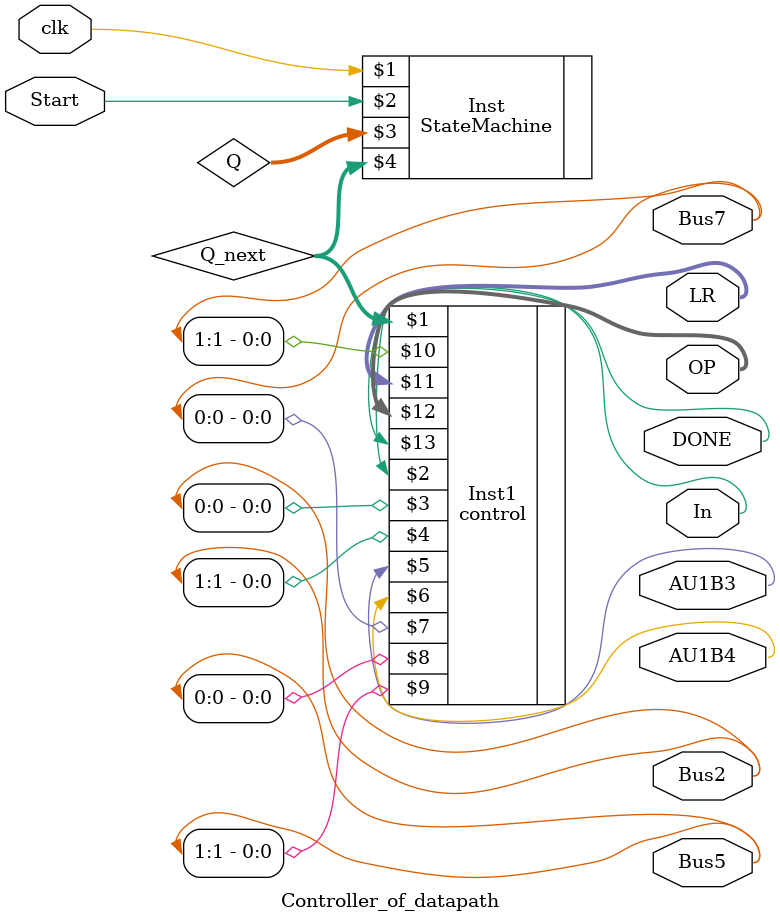
<source format=v>
module Controller_of_datapath(Start,clk,In,Bus2,AU1B3,AU1B4,Bus5,Bus7,LR,OP,DONE);
//define
	input wire Start,clk;
	output wire In,AU1B3,AU1B4,DONE;
	output wire [4:0] LR;
	output wire [3:0] OP;
	output wire [1:0] Bus2,Bus5,Bus7;
	
	wire[3:0] Q, Q_next;
//body
	StateMachine Inst (clk, Start,Q,Q_next);
	control Inst1 (Q_next,In,Bus2[0],Bus2[1],AU1B3,AU1B4,Bus7[0],Bus5[0],Bus5[1],Bus7[1],LR,OP,DONE);
endmodule

</source>
